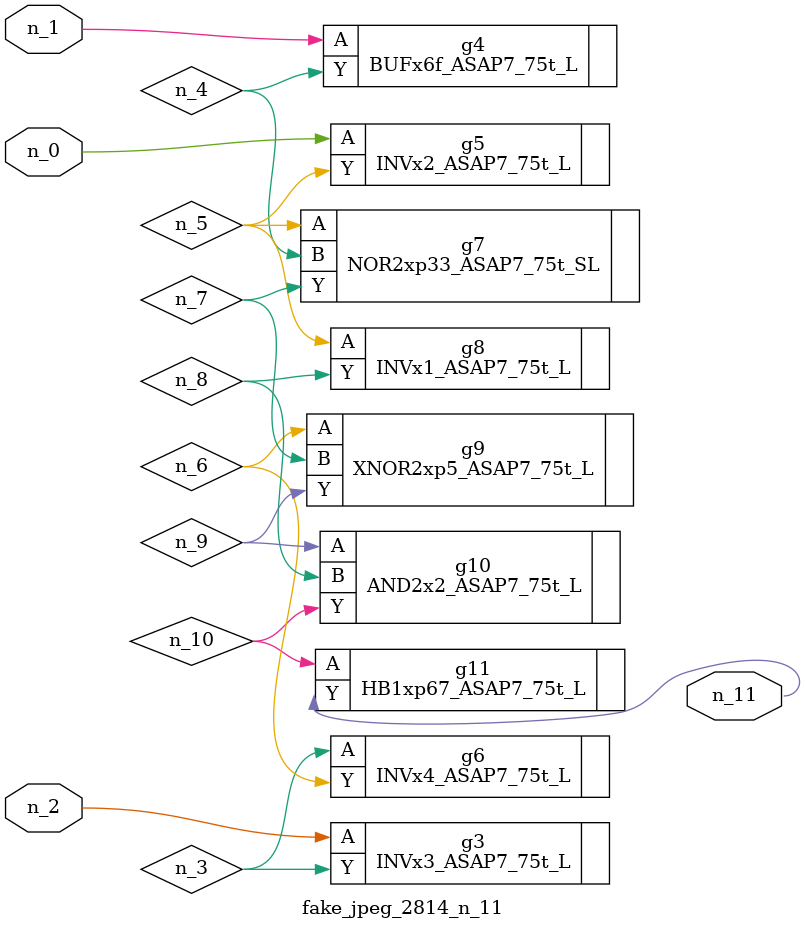
<source format=v>
module fake_jpeg_2814_n_11 (n_0, n_2, n_1, n_11);

input n_0;
input n_2;
input n_1;

output n_11;

wire n_3;
wire n_10;
wire n_4;
wire n_8;
wire n_9;
wire n_6;
wire n_5;
wire n_7;

INVx3_ASAP7_75t_L g3 ( 
.A(n_2),
.Y(n_3)
);

BUFx6f_ASAP7_75t_L g4 ( 
.A(n_1),
.Y(n_4)
);

INVx2_ASAP7_75t_L g5 ( 
.A(n_0),
.Y(n_5)
);

INVx4_ASAP7_75t_L g6 ( 
.A(n_3),
.Y(n_6)
);

XNOR2xp5_ASAP7_75t_L g9 ( 
.A(n_6),
.B(n_7),
.Y(n_9)
);

NOR2xp33_ASAP7_75t_SL g7 ( 
.A(n_5),
.B(n_4),
.Y(n_7)
);

INVx1_ASAP7_75t_L g8 ( 
.A(n_5),
.Y(n_8)
);

AND2x2_ASAP7_75t_L g10 ( 
.A(n_9),
.B(n_8),
.Y(n_10)
);

HB1xp67_ASAP7_75t_L g11 ( 
.A(n_10),
.Y(n_11)
);


endmodule
</source>
